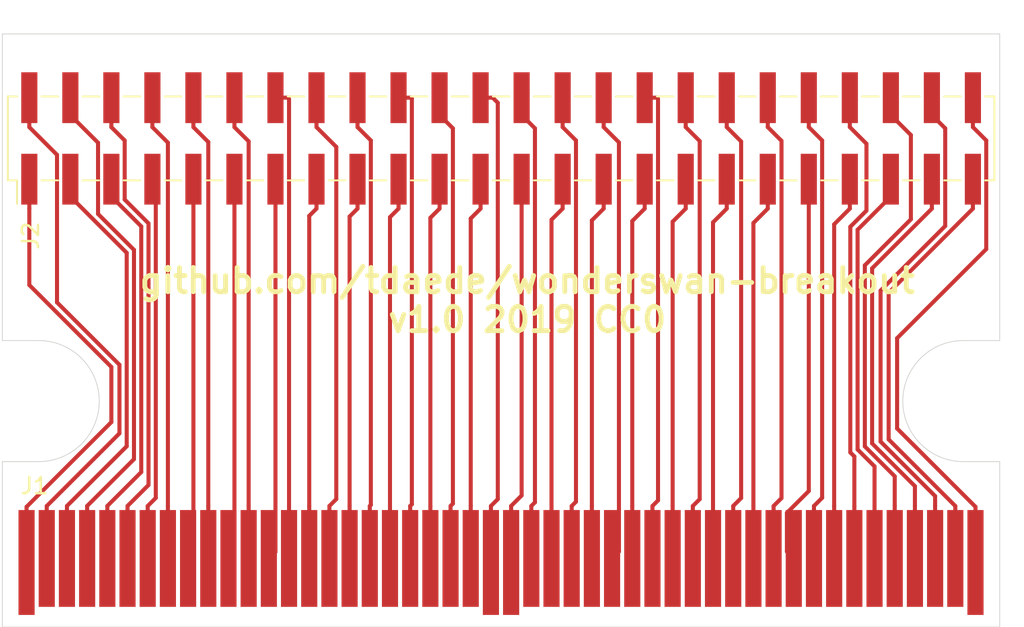
<source format=kicad_pcb>
(kicad_pcb (version 20171130) (host pcbnew 5.1.0-rc1-unknown-r14970-a246d905)

  (general
    (thickness 1.6)
    (drawings 13)
    (tracks 231)
    (zones 0)
    (modules 2)
    (nets 49)
  )

  (page A4)
  (layers
    (0 F.Cu signal)
    (31 B.Cu signal)
    (32 B.Adhes user)
    (33 F.Adhes user)
    (34 B.Paste user)
    (35 F.Paste user)
    (36 B.SilkS user)
    (37 F.SilkS user)
    (38 B.Mask user)
    (39 F.Mask user)
    (40 Dwgs.User user)
    (41 Cmts.User user)
    (42 Eco1.User user)
    (43 Eco2.User user)
    (44 Edge.Cuts user)
    (45 Margin user)
    (46 B.CrtYd user)
    (47 F.CrtYd user)
    (48 B.Fab user)
    (49 F.Fab user)
  )

  (setup
    (last_trace_width 0.25)
    (trace_clearance 0.2)
    (zone_clearance 0.508)
    (zone_45_only no)
    (trace_min 0.2)
    (via_size 0.8)
    (via_drill 0.4)
    (via_min_size 0.4)
    (via_min_drill 0.3)
    (uvia_size 0.3)
    (uvia_drill 0.1)
    (uvias_allowed no)
    (uvia_min_size 0.2)
    (uvia_min_drill 0.1)
    (edge_width 0.05)
    (segment_width 0.2)
    (pcb_text_width 0.3)
    (pcb_text_size 1.5 1.5)
    (mod_edge_width 0.12)
    (mod_text_size 1 1)
    (mod_text_width 0.15)
    (pad_size 1.524 1.524)
    (pad_drill 0.762)
    (pad_to_mask_clearance 0.051)
    (solder_mask_min_width 0.25)
    (aux_axis_origin 0 0)
    (visible_elements FFFFFF7F)
    (pcbplotparams
      (layerselection 0x010fc_ffffffff)
      (usegerberextensions false)
      (usegerberattributes false)
      (usegerberadvancedattributes false)
      (creategerberjobfile false)
      (excludeedgelayer true)
      (linewidth 0.100000)
      (plotframeref false)
      (viasonmask false)
      (mode 1)
      (useauxorigin false)
      (hpglpennumber 1)
      (hpglpenspeed 20)
      (hpglpendiameter 15.000000)
      (psnegative false)
      (psa4output false)
      (plotreference true)
      (plotvalue true)
      (plotinvisibletext false)
      (padsonsilk false)
      (subtractmaskfromsilk false)
      (outputformat 1)
      (mirror false)
      (drillshape 1)
      (scaleselection 1)
      (outputdirectory ""))
  )

  (net 0 "")
  (net 1 /48)
  (net 2 /47)
  (net 3 /46)
  (net 4 /45)
  (net 5 /44)
  (net 6 /43)
  (net 7 /42)
  (net 8 /41)
  (net 9 /40)
  (net 10 /39)
  (net 11 /38)
  (net 12 /37)
  (net 13 /36)
  (net 14 /35)
  (net 15 /34)
  (net 16 /33)
  (net 17 /32)
  (net 18 /31)
  (net 19 /30)
  (net 20 /29)
  (net 21 /28)
  (net 22 /27)
  (net 23 /26)
  (net 24 /25)
  (net 25 /24)
  (net 26 /23)
  (net 27 /22)
  (net 28 /21)
  (net 29 /20)
  (net 30 /19)
  (net 31 /18)
  (net 32 /17)
  (net 33 /16)
  (net 34 /15)
  (net 35 /14)
  (net 36 /13)
  (net 37 /12)
  (net 38 /11)
  (net 39 /10)
  (net 40 /9)
  (net 41 /8)
  (net 42 /7)
  (net 43 /6)
  (net 44 /5)
  (net 45 /4)
  (net 46 /3)
  (net 47 /2)
  (net 48 /1)

  (net_class Default "This is the default net class."
    (clearance 0.2)
    (trace_width 0.25)
    (via_dia 0.8)
    (via_drill 0.4)
    (uvia_dia 0.3)
    (uvia_drill 0.1)
    (add_net /1)
    (add_net /10)
    (add_net /11)
    (add_net /12)
    (add_net /13)
    (add_net /14)
    (add_net /15)
    (add_net /16)
    (add_net /17)
    (add_net /18)
    (add_net /19)
    (add_net /2)
    (add_net /20)
    (add_net /21)
    (add_net /22)
    (add_net /23)
    (add_net /24)
    (add_net /25)
    (add_net /26)
    (add_net /27)
    (add_net /28)
    (add_net /29)
    (add_net /3)
    (add_net /30)
    (add_net /31)
    (add_net /32)
    (add_net /33)
    (add_net /34)
    (add_net /35)
    (add_net /36)
    (add_net /37)
    (add_net /38)
    (add_net /39)
    (add_net /4)
    (add_net /40)
    (add_net /41)
    (add_net /42)
    (add_net /43)
    (add_net /44)
    (add_net /45)
    (add_net /46)
    (add_net /47)
    (add_net /48)
    (add_net /5)
    (add_net /6)
    (add_net /7)
    (add_net /8)
    (add_net /9)
  )

  (module Connector_PinHeader_2.54mm:PinHeader_2x24_P2.54mm_Vertical_SMD (layer F.Cu) (tedit 59FED5CC) (tstamp 5CB70BE5)
    (at 147.38 120.975 90)
    (descr "surface-mounted straight pin header, 2x24, 2.54mm pitch, double rows")
    (tags "Surface mounted pin header SMD 2x24 2.54mm double row")
    (path /5CB6CFA9)
    (attr smd)
    (fp_text reference J2 (at -6.025 -29.13 90) (layer F.SilkS)
      (effects (font (size 1 1) (thickness 0.15)))
    )
    (fp_text value Conn_02x24_Odd_Even (at 0 31.54 90) (layer F.Fab)
      (effects (font (size 1 1) (thickness 0.15)))
    )
    (fp_text user %R (at 0 0 180) (layer F.Fab)
      (effects (font (size 1 1) (thickness 0.15)))
    )
    (fp_line (start 5.9 -31) (end -5.9 -31) (layer F.CrtYd) (width 0.05))
    (fp_line (start 5.9 31) (end 5.9 -31) (layer F.CrtYd) (width 0.05))
    (fp_line (start -5.9 31) (end 5.9 31) (layer F.CrtYd) (width 0.05))
    (fp_line (start -5.9 -31) (end -5.9 31) (layer F.CrtYd) (width 0.05))
    (fp_line (start 2.6 27.43) (end 2.6 28.45) (layer F.SilkS) (width 0.12))
    (fp_line (start -2.6 27.43) (end -2.6 28.45) (layer F.SilkS) (width 0.12))
    (fp_line (start 2.6 24.89) (end 2.6 25.91) (layer F.SilkS) (width 0.12))
    (fp_line (start -2.6 24.89) (end -2.6 25.91) (layer F.SilkS) (width 0.12))
    (fp_line (start 2.6 22.35) (end 2.6 23.37) (layer F.SilkS) (width 0.12))
    (fp_line (start -2.6 22.35) (end -2.6 23.37) (layer F.SilkS) (width 0.12))
    (fp_line (start 2.6 19.81) (end 2.6 20.83) (layer F.SilkS) (width 0.12))
    (fp_line (start -2.6 19.81) (end -2.6 20.83) (layer F.SilkS) (width 0.12))
    (fp_line (start 2.6 17.27) (end 2.6 18.29) (layer F.SilkS) (width 0.12))
    (fp_line (start -2.6 17.27) (end -2.6 18.29) (layer F.SilkS) (width 0.12))
    (fp_line (start 2.6 14.73) (end 2.6 15.75) (layer F.SilkS) (width 0.12))
    (fp_line (start -2.6 14.73) (end -2.6 15.75) (layer F.SilkS) (width 0.12))
    (fp_line (start 2.6 12.19) (end 2.6 13.21) (layer F.SilkS) (width 0.12))
    (fp_line (start -2.6 12.19) (end -2.6 13.21) (layer F.SilkS) (width 0.12))
    (fp_line (start 2.6 9.65) (end 2.6 10.67) (layer F.SilkS) (width 0.12))
    (fp_line (start -2.6 9.65) (end -2.6 10.67) (layer F.SilkS) (width 0.12))
    (fp_line (start 2.6 7.11) (end 2.6 8.13) (layer F.SilkS) (width 0.12))
    (fp_line (start -2.6 7.11) (end -2.6 8.13) (layer F.SilkS) (width 0.12))
    (fp_line (start 2.6 4.57) (end 2.6 5.59) (layer F.SilkS) (width 0.12))
    (fp_line (start -2.6 4.57) (end -2.6 5.59) (layer F.SilkS) (width 0.12))
    (fp_line (start 2.6 2.03) (end 2.6 3.05) (layer F.SilkS) (width 0.12))
    (fp_line (start -2.6 2.03) (end -2.6 3.05) (layer F.SilkS) (width 0.12))
    (fp_line (start 2.6 -0.51) (end 2.6 0.51) (layer F.SilkS) (width 0.12))
    (fp_line (start -2.6 -0.51) (end -2.6 0.51) (layer F.SilkS) (width 0.12))
    (fp_line (start 2.6 -3.05) (end 2.6 -2.03) (layer F.SilkS) (width 0.12))
    (fp_line (start -2.6 -3.05) (end -2.6 -2.03) (layer F.SilkS) (width 0.12))
    (fp_line (start 2.6 -5.59) (end 2.6 -4.57) (layer F.SilkS) (width 0.12))
    (fp_line (start -2.6 -5.59) (end -2.6 -4.57) (layer F.SilkS) (width 0.12))
    (fp_line (start 2.6 -8.13) (end 2.6 -7.11) (layer F.SilkS) (width 0.12))
    (fp_line (start -2.6 -8.13) (end -2.6 -7.11) (layer F.SilkS) (width 0.12))
    (fp_line (start 2.6 -10.67) (end 2.6 -9.65) (layer F.SilkS) (width 0.12))
    (fp_line (start -2.6 -10.67) (end -2.6 -9.65) (layer F.SilkS) (width 0.12))
    (fp_line (start 2.6 -13.21) (end 2.6 -12.19) (layer F.SilkS) (width 0.12))
    (fp_line (start -2.6 -13.21) (end -2.6 -12.19) (layer F.SilkS) (width 0.12))
    (fp_line (start 2.6 -15.75) (end 2.6 -14.73) (layer F.SilkS) (width 0.12))
    (fp_line (start -2.6 -15.75) (end -2.6 -14.73) (layer F.SilkS) (width 0.12))
    (fp_line (start 2.6 -18.29) (end 2.6 -17.27) (layer F.SilkS) (width 0.12))
    (fp_line (start -2.6 -18.29) (end -2.6 -17.27) (layer F.SilkS) (width 0.12))
    (fp_line (start 2.6 -20.83) (end 2.6 -19.81) (layer F.SilkS) (width 0.12))
    (fp_line (start -2.6 -20.83) (end -2.6 -19.81) (layer F.SilkS) (width 0.12))
    (fp_line (start 2.6 -23.37) (end 2.6 -22.35) (layer F.SilkS) (width 0.12))
    (fp_line (start -2.6 -23.37) (end -2.6 -22.35) (layer F.SilkS) (width 0.12))
    (fp_line (start 2.6 -25.91) (end 2.6 -24.89) (layer F.SilkS) (width 0.12))
    (fp_line (start -2.6 -25.91) (end -2.6 -24.89) (layer F.SilkS) (width 0.12))
    (fp_line (start 2.6 -28.45) (end 2.6 -27.43) (layer F.SilkS) (width 0.12))
    (fp_line (start -2.6 -28.45) (end -2.6 -27.43) (layer F.SilkS) (width 0.12))
    (fp_line (start 2.6 29.97) (end 2.6 30.54) (layer F.SilkS) (width 0.12))
    (fp_line (start -2.6 29.97) (end -2.6 30.54) (layer F.SilkS) (width 0.12))
    (fp_line (start 2.6 -30.54) (end 2.6 -29.97) (layer F.SilkS) (width 0.12))
    (fp_line (start -2.6 -30.54) (end -2.6 -29.97) (layer F.SilkS) (width 0.12))
    (fp_line (start -4.04 -29.97) (end -2.6 -29.97) (layer F.SilkS) (width 0.12))
    (fp_line (start -2.6 30.54) (end 2.6 30.54) (layer F.SilkS) (width 0.12))
    (fp_line (start -2.6 -30.54) (end 2.6 -30.54) (layer F.SilkS) (width 0.12))
    (fp_line (start 3.6 29.53) (end 2.54 29.53) (layer F.Fab) (width 0.1))
    (fp_line (start 3.6 28.89) (end 3.6 29.53) (layer F.Fab) (width 0.1))
    (fp_line (start 2.54 28.89) (end 3.6 28.89) (layer F.Fab) (width 0.1))
    (fp_line (start -3.6 29.53) (end -2.54 29.53) (layer F.Fab) (width 0.1))
    (fp_line (start -3.6 28.89) (end -3.6 29.53) (layer F.Fab) (width 0.1))
    (fp_line (start -2.54 28.89) (end -3.6 28.89) (layer F.Fab) (width 0.1))
    (fp_line (start 3.6 26.99) (end 2.54 26.99) (layer F.Fab) (width 0.1))
    (fp_line (start 3.6 26.35) (end 3.6 26.99) (layer F.Fab) (width 0.1))
    (fp_line (start 2.54 26.35) (end 3.6 26.35) (layer F.Fab) (width 0.1))
    (fp_line (start -3.6 26.99) (end -2.54 26.99) (layer F.Fab) (width 0.1))
    (fp_line (start -3.6 26.35) (end -3.6 26.99) (layer F.Fab) (width 0.1))
    (fp_line (start -2.54 26.35) (end -3.6 26.35) (layer F.Fab) (width 0.1))
    (fp_line (start 3.6 24.45) (end 2.54 24.45) (layer F.Fab) (width 0.1))
    (fp_line (start 3.6 23.81) (end 3.6 24.45) (layer F.Fab) (width 0.1))
    (fp_line (start 2.54 23.81) (end 3.6 23.81) (layer F.Fab) (width 0.1))
    (fp_line (start -3.6 24.45) (end -2.54 24.45) (layer F.Fab) (width 0.1))
    (fp_line (start -3.6 23.81) (end -3.6 24.45) (layer F.Fab) (width 0.1))
    (fp_line (start -2.54 23.81) (end -3.6 23.81) (layer F.Fab) (width 0.1))
    (fp_line (start 3.6 21.91) (end 2.54 21.91) (layer F.Fab) (width 0.1))
    (fp_line (start 3.6 21.27) (end 3.6 21.91) (layer F.Fab) (width 0.1))
    (fp_line (start 2.54 21.27) (end 3.6 21.27) (layer F.Fab) (width 0.1))
    (fp_line (start -3.6 21.91) (end -2.54 21.91) (layer F.Fab) (width 0.1))
    (fp_line (start -3.6 21.27) (end -3.6 21.91) (layer F.Fab) (width 0.1))
    (fp_line (start -2.54 21.27) (end -3.6 21.27) (layer F.Fab) (width 0.1))
    (fp_line (start 3.6 19.37) (end 2.54 19.37) (layer F.Fab) (width 0.1))
    (fp_line (start 3.6 18.73) (end 3.6 19.37) (layer F.Fab) (width 0.1))
    (fp_line (start 2.54 18.73) (end 3.6 18.73) (layer F.Fab) (width 0.1))
    (fp_line (start -3.6 19.37) (end -2.54 19.37) (layer F.Fab) (width 0.1))
    (fp_line (start -3.6 18.73) (end -3.6 19.37) (layer F.Fab) (width 0.1))
    (fp_line (start -2.54 18.73) (end -3.6 18.73) (layer F.Fab) (width 0.1))
    (fp_line (start 3.6 16.83) (end 2.54 16.83) (layer F.Fab) (width 0.1))
    (fp_line (start 3.6 16.19) (end 3.6 16.83) (layer F.Fab) (width 0.1))
    (fp_line (start 2.54 16.19) (end 3.6 16.19) (layer F.Fab) (width 0.1))
    (fp_line (start -3.6 16.83) (end -2.54 16.83) (layer F.Fab) (width 0.1))
    (fp_line (start -3.6 16.19) (end -3.6 16.83) (layer F.Fab) (width 0.1))
    (fp_line (start -2.54 16.19) (end -3.6 16.19) (layer F.Fab) (width 0.1))
    (fp_line (start 3.6 14.29) (end 2.54 14.29) (layer F.Fab) (width 0.1))
    (fp_line (start 3.6 13.65) (end 3.6 14.29) (layer F.Fab) (width 0.1))
    (fp_line (start 2.54 13.65) (end 3.6 13.65) (layer F.Fab) (width 0.1))
    (fp_line (start -3.6 14.29) (end -2.54 14.29) (layer F.Fab) (width 0.1))
    (fp_line (start -3.6 13.65) (end -3.6 14.29) (layer F.Fab) (width 0.1))
    (fp_line (start -2.54 13.65) (end -3.6 13.65) (layer F.Fab) (width 0.1))
    (fp_line (start 3.6 11.75) (end 2.54 11.75) (layer F.Fab) (width 0.1))
    (fp_line (start 3.6 11.11) (end 3.6 11.75) (layer F.Fab) (width 0.1))
    (fp_line (start 2.54 11.11) (end 3.6 11.11) (layer F.Fab) (width 0.1))
    (fp_line (start -3.6 11.75) (end -2.54 11.75) (layer F.Fab) (width 0.1))
    (fp_line (start -3.6 11.11) (end -3.6 11.75) (layer F.Fab) (width 0.1))
    (fp_line (start -2.54 11.11) (end -3.6 11.11) (layer F.Fab) (width 0.1))
    (fp_line (start 3.6 9.21) (end 2.54 9.21) (layer F.Fab) (width 0.1))
    (fp_line (start 3.6 8.57) (end 3.6 9.21) (layer F.Fab) (width 0.1))
    (fp_line (start 2.54 8.57) (end 3.6 8.57) (layer F.Fab) (width 0.1))
    (fp_line (start -3.6 9.21) (end -2.54 9.21) (layer F.Fab) (width 0.1))
    (fp_line (start -3.6 8.57) (end -3.6 9.21) (layer F.Fab) (width 0.1))
    (fp_line (start -2.54 8.57) (end -3.6 8.57) (layer F.Fab) (width 0.1))
    (fp_line (start 3.6 6.67) (end 2.54 6.67) (layer F.Fab) (width 0.1))
    (fp_line (start 3.6 6.03) (end 3.6 6.67) (layer F.Fab) (width 0.1))
    (fp_line (start 2.54 6.03) (end 3.6 6.03) (layer F.Fab) (width 0.1))
    (fp_line (start -3.6 6.67) (end -2.54 6.67) (layer F.Fab) (width 0.1))
    (fp_line (start -3.6 6.03) (end -3.6 6.67) (layer F.Fab) (width 0.1))
    (fp_line (start -2.54 6.03) (end -3.6 6.03) (layer F.Fab) (width 0.1))
    (fp_line (start 3.6 4.13) (end 2.54 4.13) (layer F.Fab) (width 0.1))
    (fp_line (start 3.6 3.49) (end 3.6 4.13) (layer F.Fab) (width 0.1))
    (fp_line (start 2.54 3.49) (end 3.6 3.49) (layer F.Fab) (width 0.1))
    (fp_line (start -3.6 4.13) (end -2.54 4.13) (layer F.Fab) (width 0.1))
    (fp_line (start -3.6 3.49) (end -3.6 4.13) (layer F.Fab) (width 0.1))
    (fp_line (start -2.54 3.49) (end -3.6 3.49) (layer F.Fab) (width 0.1))
    (fp_line (start 3.6 1.59) (end 2.54 1.59) (layer F.Fab) (width 0.1))
    (fp_line (start 3.6 0.95) (end 3.6 1.59) (layer F.Fab) (width 0.1))
    (fp_line (start 2.54 0.95) (end 3.6 0.95) (layer F.Fab) (width 0.1))
    (fp_line (start -3.6 1.59) (end -2.54 1.59) (layer F.Fab) (width 0.1))
    (fp_line (start -3.6 0.95) (end -3.6 1.59) (layer F.Fab) (width 0.1))
    (fp_line (start -2.54 0.95) (end -3.6 0.95) (layer F.Fab) (width 0.1))
    (fp_line (start 3.6 -0.95) (end 2.54 -0.95) (layer F.Fab) (width 0.1))
    (fp_line (start 3.6 -1.59) (end 3.6 -0.95) (layer F.Fab) (width 0.1))
    (fp_line (start 2.54 -1.59) (end 3.6 -1.59) (layer F.Fab) (width 0.1))
    (fp_line (start -3.6 -0.95) (end -2.54 -0.95) (layer F.Fab) (width 0.1))
    (fp_line (start -3.6 -1.59) (end -3.6 -0.95) (layer F.Fab) (width 0.1))
    (fp_line (start -2.54 -1.59) (end -3.6 -1.59) (layer F.Fab) (width 0.1))
    (fp_line (start 3.6 -3.49) (end 2.54 -3.49) (layer F.Fab) (width 0.1))
    (fp_line (start 3.6 -4.13) (end 3.6 -3.49) (layer F.Fab) (width 0.1))
    (fp_line (start 2.54 -4.13) (end 3.6 -4.13) (layer F.Fab) (width 0.1))
    (fp_line (start -3.6 -3.49) (end -2.54 -3.49) (layer F.Fab) (width 0.1))
    (fp_line (start -3.6 -4.13) (end -3.6 -3.49) (layer F.Fab) (width 0.1))
    (fp_line (start -2.54 -4.13) (end -3.6 -4.13) (layer F.Fab) (width 0.1))
    (fp_line (start 3.6 -6.03) (end 2.54 -6.03) (layer F.Fab) (width 0.1))
    (fp_line (start 3.6 -6.67) (end 3.6 -6.03) (layer F.Fab) (width 0.1))
    (fp_line (start 2.54 -6.67) (end 3.6 -6.67) (layer F.Fab) (width 0.1))
    (fp_line (start -3.6 -6.03) (end -2.54 -6.03) (layer F.Fab) (width 0.1))
    (fp_line (start -3.6 -6.67) (end -3.6 -6.03) (layer F.Fab) (width 0.1))
    (fp_line (start -2.54 -6.67) (end -3.6 -6.67) (layer F.Fab) (width 0.1))
    (fp_line (start 3.6 -8.57) (end 2.54 -8.57) (layer F.Fab) (width 0.1))
    (fp_line (start 3.6 -9.21) (end 3.6 -8.57) (layer F.Fab) (width 0.1))
    (fp_line (start 2.54 -9.21) (end 3.6 -9.21) (layer F.Fab) (width 0.1))
    (fp_line (start -3.6 -8.57) (end -2.54 -8.57) (layer F.Fab) (width 0.1))
    (fp_line (start -3.6 -9.21) (end -3.6 -8.57) (layer F.Fab) (width 0.1))
    (fp_line (start -2.54 -9.21) (end -3.6 -9.21) (layer F.Fab) (width 0.1))
    (fp_line (start 3.6 -11.11) (end 2.54 -11.11) (layer F.Fab) (width 0.1))
    (fp_line (start 3.6 -11.75) (end 3.6 -11.11) (layer F.Fab) (width 0.1))
    (fp_line (start 2.54 -11.75) (end 3.6 -11.75) (layer F.Fab) (width 0.1))
    (fp_line (start -3.6 -11.11) (end -2.54 -11.11) (layer F.Fab) (width 0.1))
    (fp_line (start -3.6 -11.75) (end -3.6 -11.11) (layer F.Fab) (width 0.1))
    (fp_line (start -2.54 -11.75) (end -3.6 -11.75) (layer F.Fab) (width 0.1))
    (fp_line (start 3.6 -13.65) (end 2.54 -13.65) (layer F.Fab) (width 0.1))
    (fp_line (start 3.6 -14.29) (end 3.6 -13.65) (layer F.Fab) (width 0.1))
    (fp_line (start 2.54 -14.29) (end 3.6 -14.29) (layer F.Fab) (width 0.1))
    (fp_line (start -3.6 -13.65) (end -2.54 -13.65) (layer F.Fab) (width 0.1))
    (fp_line (start -3.6 -14.29) (end -3.6 -13.65) (layer F.Fab) (width 0.1))
    (fp_line (start -2.54 -14.29) (end -3.6 -14.29) (layer F.Fab) (width 0.1))
    (fp_line (start 3.6 -16.19) (end 2.54 -16.19) (layer F.Fab) (width 0.1))
    (fp_line (start 3.6 -16.83) (end 3.6 -16.19) (layer F.Fab) (width 0.1))
    (fp_line (start 2.54 -16.83) (end 3.6 -16.83) (layer F.Fab) (width 0.1))
    (fp_line (start -3.6 -16.19) (end -2.54 -16.19) (layer F.Fab) (width 0.1))
    (fp_line (start -3.6 -16.83) (end -3.6 -16.19) (layer F.Fab) (width 0.1))
    (fp_line (start -2.54 -16.83) (end -3.6 -16.83) (layer F.Fab) (width 0.1))
    (fp_line (start 3.6 -18.73) (end 2.54 -18.73) (layer F.Fab) (width 0.1))
    (fp_line (start 3.6 -19.37) (end 3.6 -18.73) (layer F.Fab) (width 0.1))
    (fp_line (start 2.54 -19.37) (end 3.6 -19.37) (layer F.Fab) (width 0.1))
    (fp_line (start -3.6 -18.73) (end -2.54 -18.73) (layer F.Fab) (width 0.1))
    (fp_line (start -3.6 -19.37) (end -3.6 -18.73) (layer F.Fab) (width 0.1))
    (fp_line (start -2.54 -19.37) (end -3.6 -19.37) (layer F.Fab) (width 0.1))
    (fp_line (start 3.6 -21.27) (end 2.54 -21.27) (layer F.Fab) (width 0.1))
    (fp_line (start 3.6 -21.91) (end 3.6 -21.27) (layer F.Fab) (width 0.1))
    (fp_line (start 2.54 -21.91) (end 3.6 -21.91) (layer F.Fab) (width 0.1))
    (fp_line (start -3.6 -21.27) (end -2.54 -21.27) (layer F.Fab) (width 0.1))
    (fp_line (start -3.6 -21.91) (end -3.6 -21.27) (layer F.Fab) (width 0.1))
    (fp_line (start -2.54 -21.91) (end -3.6 -21.91) (layer F.Fab) (width 0.1))
    (fp_line (start 3.6 -23.81) (end 2.54 -23.81) (layer F.Fab) (width 0.1))
    (fp_line (start 3.6 -24.45) (end 3.6 -23.81) (layer F.Fab) (width 0.1))
    (fp_line (start 2.54 -24.45) (end 3.6 -24.45) (layer F.Fab) (width 0.1))
    (fp_line (start -3.6 -23.81) (end -2.54 -23.81) (layer F.Fab) (width 0.1))
    (fp_line (start -3.6 -24.45) (end -3.6 -23.81) (layer F.Fab) (width 0.1))
    (fp_line (start -2.54 -24.45) (end -3.6 -24.45) (layer F.Fab) (width 0.1))
    (fp_line (start 3.6 -26.35) (end 2.54 -26.35) (layer F.Fab) (width 0.1))
    (fp_line (start 3.6 -26.99) (end 3.6 -26.35) (layer F.Fab) (width 0.1))
    (fp_line (start 2.54 -26.99) (end 3.6 -26.99) (layer F.Fab) (width 0.1))
    (fp_line (start -3.6 -26.35) (end -2.54 -26.35) (layer F.Fab) (width 0.1))
    (fp_line (start -3.6 -26.99) (end -3.6 -26.35) (layer F.Fab) (width 0.1))
    (fp_line (start -2.54 -26.99) (end -3.6 -26.99) (layer F.Fab) (width 0.1))
    (fp_line (start 3.6 -28.89) (end 2.54 -28.89) (layer F.Fab) (width 0.1))
    (fp_line (start 3.6 -29.53) (end 3.6 -28.89) (layer F.Fab) (width 0.1))
    (fp_line (start 2.54 -29.53) (end 3.6 -29.53) (layer F.Fab) (width 0.1))
    (fp_line (start -3.6 -28.89) (end -2.54 -28.89) (layer F.Fab) (width 0.1))
    (fp_line (start -3.6 -29.53) (end -3.6 -28.89) (layer F.Fab) (width 0.1))
    (fp_line (start -2.54 -29.53) (end -3.6 -29.53) (layer F.Fab) (width 0.1))
    (fp_line (start 2.54 -30.48) (end 2.54 30.48) (layer F.Fab) (width 0.1))
    (fp_line (start -2.54 -29.53) (end -1.59 -30.48) (layer F.Fab) (width 0.1))
    (fp_line (start -2.54 30.48) (end -2.54 -29.53) (layer F.Fab) (width 0.1))
    (fp_line (start -1.59 -30.48) (end 2.54 -30.48) (layer F.Fab) (width 0.1))
    (fp_line (start 2.54 30.48) (end -2.54 30.48) (layer F.Fab) (width 0.1))
    (pad 48 smd rect (at 2.525 29.21 90) (size 3.15 1) (layers F.Cu F.Paste F.Mask)
      (net 1 /48))
    (pad 47 smd rect (at -2.525 29.21 90) (size 3.15 1) (layers F.Cu F.Paste F.Mask)
      (net 2 /47))
    (pad 46 smd rect (at 2.525 26.67 90) (size 3.15 1) (layers F.Cu F.Paste F.Mask)
      (net 3 /46))
    (pad 45 smd rect (at -2.525 26.67 90) (size 3.15 1) (layers F.Cu F.Paste F.Mask)
      (net 4 /45))
    (pad 44 smd rect (at 2.525 24.13 90) (size 3.15 1) (layers F.Cu F.Paste F.Mask)
      (net 5 /44))
    (pad 43 smd rect (at -2.525 24.13 90) (size 3.15 1) (layers F.Cu F.Paste F.Mask)
      (net 6 /43))
    (pad 42 smd rect (at 2.525 21.59 90) (size 3.15 1) (layers F.Cu F.Paste F.Mask)
      (net 7 /42))
    (pad 41 smd rect (at -2.525 21.59 90) (size 3.15 1) (layers F.Cu F.Paste F.Mask)
      (net 8 /41))
    (pad 40 smd rect (at 2.525 19.05 90) (size 3.15 1) (layers F.Cu F.Paste F.Mask)
      (net 9 /40))
    (pad 39 smd rect (at -2.525 19.05 90) (size 3.15 1) (layers F.Cu F.Paste F.Mask)
      (net 10 /39))
    (pad 38 smd rect (at 2.525 16.51 90) (size 3.15 1) (layers F.Cu F.Paste F.Mask)
      (net 11 /38))
    (pad 37 smd rect (at -2.525 16.51 90) (size 3.15 1) (layers F.Cu F.Paste F.Mask)
      (net 12 /37))
    (pad 36 smd rect (at 2.525 13.97 90) (size 3.15 1) (layers F.Cu F.Paste F.Mask)
      (net 13 /36))
    (pad 35 smd rect (at -2.525 13.97 90) (size 3.15 1) (layers F.Cu F.Paste F.Mask)
      (net 14 /35))
    (pad 34 smd rect (at 2.525 11.43 90) (size 3.15 1) (layers F.Cu F.Paste F.Mask)
      (net 15 /34))
    (pad 33 smd rect (at -2.525 11.43 90) (size 3.15 1) (layers F.Cu F.Paste F.Mask)
      (net 16 /33))
    (pad 32 smd rect (at 2.525 8.89 90) (size 3.15 1) (layers F.Cu F.Paste F.Mask)
      (net 17 /32))
    (pad 31 smd rect (at -2.525 8.89 90) (size 3.15 1) (layers F.Cu F.Paste F.Mask)
      (net 18 /31))
    (pad 30 smd rect (at 2.525 6.35 90) (size 3.15 1) (layers F.Cu F.Paste F.Mask)
      (net 19 /30))
    (pad 29 smd rect (at -2.525 6.35 90) (size 3.15 1) (layers F.Cu F.Paste F.Mask)
      (net 20 /29))
    (pad 28 smd rect (at 2.525 3.81 90) (size 3.15 1) (layers F.Cu F.Paste F.Mask)
      (net 21 /28))
    (pad 27 smd rect (at -2.525 3.81 90) (size 3.15 1) (layers F.Cu F.Paste F.Mask)
      (net 22 /27))
    (pad 26 smd rect (at 2.525 1.27 90) (size 3.15 1) (layers F.Cu F.Paste F.Mask)
      (net 23 /26))
    (pad 25 smd rect (at -2.525 1.27 90) (size 3.15 1) (layers F.Cu F.Paste F.Mask)
      (net 24 /25))
    (pad 24 smd rect (at 2.525 -1.27 90) (size 3.15 1) (layers F.Cu F.Paste F.Mask)
      (net 25 /24))
    (pad 23 smd rect (at -2.525 -1.27 90) (size 3.15 1) (layers F.Cu F.Paste F.Mask)
      (net 26 /23))
    (pad 22 smd rect (at 2.525 -3.81 90) (size 3.15 1) (layers F.Cu F.Paste F.Mask)
      (net 27 /22))
    (pad 21 smd rect (at -2.525 -3.81 90) (size 3.15 1) (layers F.Cu F.Paste F.Mask)
      (net 28 /21))
    (pad 20 smd rect (at 2.525 -6.35 90) (size 3.15 1) (layers F.Cu F.Paste F.Mask)
      (net 29 /20))
    (pad 19 smd rect (at -2.525 -6.35 90) (size 3.15 1) (layers F.Cu F.Paste F.Mask)
      (net 30 /19))
    (pad 18 smd rect (at 2.525 -8.89 90) (size 3.15 1) (layers F.Cu F.Paste F.Mask)
      (net 31 /18))
    (pad 17 smd rect (at -2.525 -8.89 90) (size 3.15 1) (layers F.Cu F.Paste F.Mask)
      (net 32 /17))
    (pad 16 smd rect (at 2.525 -11.43 90) (size 3.15 1) (layers F.Cu F.Paste F.Mask)
      (net 33 /16))
    (pad 15 smd rect (at -2.525 -11.43 90) (size 3.15 1) (layers F.Cu F.Paste F.Mask)
      (net 34 /15))
    (pad 14 smd rect (at 2.525 -13.97 90) (size 3.15 1) (layers F.Cu F.Paste F.Mask)
      (net 35 /14))
    (pad 13 smd rect (at -2.525 -13.97 90) (size 3.15 1) (layers F.Cu F.Paste F.Mask)
      (net 36 /13))
    (pad 12 smd rect (at 2.525 -16.51 90) (size 3.15 1) (layers F.Cu F.Paste F.Mask)
      (net 37 /12))
    (pad 11 smd rect (at -2.525 -16.51 90) (size 3.15 1) (layers F.Cu F.Paste F.Mask)
      (net 38 /11))
    (pad 10 smd rect (at 2.525 -19.05 90) (size 3.15 1) (layers F.Cu F.Paste F.Mask)
      (net 39 /10))
    (pad 9 smd rect (at -2.525 -19.05 90) (size 3.15 1) (layers F.Cu F.Paste F.Mask)
      (net 40 /9))
    (pad 8 smd rect (at 2.525 -21.59 90) (size 3.15 1) (layers F.Cu F.Paste F.Mask)
      (net 41 /8))
    (pad 7 smd rect (at -2.525 -21.59 90) (size 3.15 1) (layers F.Cu F.Paste F.Mask)
      (net 42 /7))
    (pad 6 smd rect (at 2.525 -24.13 90) (size 3.15 1) (layers F.Cu F.Paste F.Mask)
      (net 43 /6))
    (pad 5 smd rect (at -2.525 -24.13 90) (size 3.15 1) (layers F.Cu F.Paste F.Mask)
      (net 44 /5))
    (pad 4 smd rect (at 2.525 -26.67 90) (size 3.15 1) (layers F.Cu F.Paste F.Mask)
      (net 45 /4))
    (pad 3 smd rect (at -2.525 -26.67 90) (size 3.15 1) (layers F.Cu F.Paste F.Mask)
      (net 46 /3))
    (pad 2 smd rect (at 2.525 -29.21 90) (size 3.15 1) (layers F.Cu F.Paste F.Mask)
      (net 47 /2))
    (pad 1 smd rect (at -2.525 -29.21 90) (size 3.15 1) (layers F.Cu F.Paste F.Mask)
      (net 48 /1))
    (model ${KISYS3DMOD}/Connector_PinHeader_2.54mm.3dshapes/PinHeader_2x24_P2.54mm_Vertical_SMD.wrl
      (at (xyz 0 0 0))
      (scale (xyz 1 1 1))
      (rotate (xyz 0 0 0))
    )
  )

  (module wonderswan:wonderswan_edge (layer F.Cu) (tedit 5CB6AE4E) (tstamp 5CB70AE2)
    (at 147.375 147)
    (path /5CB6BE1A)
    (attr smd)
    (fp_text reference J1 (at -28.875 -4.5) (layer F.SilkS)
      (effects (font (size 1 1) (thickness 0.15)))
    )
    (fp_text value wonderswan_edge (at 0 -4.5) (layer F.Fab)
      (effects (font (size 1 1) (thickness 0.15)))
    )
    (fp_line (start -30.12 3.25) (end -30.12 -3.25) (layer F.CrtYd) (width 0.05))
    (fp_line (start 30.12 3.25) (end -30.12 3.25) (layer F.CrtYd) (width 0.05))
    (fp_line (start 30.12 -3.25) (end 30.12 3.25) (layer F.CrtYd) (width 0.05))
    (fp_line (start -30.12 -3.25) (end 30.12 -3.25) (layer F.CrtYd) (width 0.05))
    (pad 48 smd rect (at 29.375 0.25) (size 1 6.5) (layers F.Cu F.Paste F.Mask)
      (net 1 /48))
    (pad 47 smd rect (at 28.125 0) (size 1 6) (layers F.Cu F.Paste F.Mask)
      (net 2 /47))
    (pad 46 smd rect (at 26.875 0) (size 1 6) (layers F.Cu F.Paste F.Mask)
      (net 3 /46))
    (pad 45 smd rect (at 25.625 0) (size 1 6) (layers F.Cu F.Paste F.Mask)
      (net 4 /45))
    (pad 44 smd rect (at 24.375 0) (size 1 6) (layers F.Cu F.Paste F.Mask)
      (net 5 /44))
    (pad 43 smd rect (at 23.125 0) (size 1 6) (layers F.Cu F.Paste F.Mask)
      (net 6 /43))
    (pad 42 smd rect (at 21.875 0) (size 1 6) (layers F.Cu F.Paste F.Mask)
      (net 7 /42))
    (pad 41 smd rect (at 20.625 0) (size 1 6) (layers F.Cu F.Paste F.Mask)
      (net 8 /41))
    (pad 40 smd rect (at 19.375 0) (size 1 6) (layers F.Cu F.Paste F.Mask)
      (net 9 /40))
    (pad 39 smd rect (at 18.125 0) (size 1 6) (layers F.Cu F.Paste F.Mask)
      (net 10 /39))
    (pad 38 smd rect (at 16.875 0) (size 1 6) (layers F.Cu F.Paste F.Mask)
      (net 11 /38))
    (pad 37 smd rect (at 15.625 0) (size 1 6) (layers F.Cu F.Paste F.Mask)
      (net 12 /37))
    (pad 36 smd rect (at 14.375 0) (size 1 6) (layers F.Cu F.Paste F.Mask)
      (net 13 /36))
    (pad 35 smd rect (at 13.125 0) (size 1 6) (layers F.Cu F.Paste F.Mask)
      (net 14 /35))
    (pad 34 smd rect (at 11.875 0) (size 1 6) (layers F.Cu F.Paste F.Mask)
      (net 15 /34))
    (pad 33 smd rect (at 10.625 0) (size 1 6) (layers F.Cu F.Paste F.Mask)
      (net 16 /33))
    (pad 32 smd rect (at 9.375 0) (size 1 6) (layers F.Cu F.Paste F.Mask)
      (net 17 /32))
    (pad 31 smd rect (at 8.125 0) (size 1 6) (layers F.Cu F.Paste F.Mask)
      (net 18 /31))
    (pad 30 smd rect (at 6.875 0) (size 1 6) (layers F.Cu F.Paste F.Mask)
      (net 19 /30))
    (pad 29 smd rect (at 5.625 0) (size 1 6) (layers F.Cu F.Paste F.Mask)
      (net 20 /29))
    (pad 28 smd rect (at 4.375 0) (size 1 6) (layers F.Cu F.Paste F.Mask)
      (net 21 /28))
    (pad 27 smd rect (at 3.125 0) (size 1 6) (layers F.Cu F.Paste F.Mask)
      (net 22 /27))
    (pad 26 smd rect (at 1.875 0) (size 1 6) (layers F.Cu F.Paste F.Mask)
      (net 23 /26))
    (pad 25 smd rect (at 0.625 0.25) (size 1 6.5) (layers F.Cu F.Paste F.Mask)
      (net 24 /25))
    (pad 24 smd rect (at -0.625 0.25) (size 1 6.5) (layers F.Cu F.Paste F.Mask)
      (net 25 /24))
    (pad 23 smd rect (at -1.875 0) (size 1 6) (layers F.Cu F.Paste F.Mask)
      (net 26 /23))
    (pad 22 smd rect (at -3.125 0) (size 1 6) (layers F.Cu F.Paste F.Mask)
      (net 27 /22))
    (pad 21 smd rect (at -4.375 0) (size 1 6) (layers F.Cu F.Paste F.Mask)
      (net 28 /21))
    (pad 20 smd rect (at -5.625 0) (size 1 6) (layers F.Cu F.Paste F.Mask)
      (net 29 /20))
    (pad 19 smd rect (at -6.875 0) (size 1 6) (layers F.Cu F.Paste F.Mask)
      (net 30 /19))
    (pad 18 smd rect (at -8.125 0) (size 1 6) (layers F.Cu F.Paste F.Mask)
      (net 31 /18))
    (pad 17 smd rect (at -9.375 0) (size 1 6) (layers F.Cu F.Paste F.Mask)
      (net 32 /17))
    (pad 16 smd rect (at -10.625 0) (size 1 6) (layers F.Cu F.Paste F.Mask)
      (net 33 /16))
    (pad 15 smd rect (at -11.875 0) (size 1 6) (layers F.Cu F.Paste F.Mask)
      (net 34 /15))
    (pad 14 smd rect (at -13.125 0) (size 1 6) (layers F.Cu F.Paste F.Mask)
      (net 35 /14))
    (pad 13 smd rect (at -14.375 0) (size 1 6) (layers F.Cu F.Paste F.Mask)
      (net 36 /13))
    (pad 12 smd rect (at -15.625 0) (size 1 6) (layers F.Cu F.Paste F.Mask)
      (net 37 /12))
    (pad 11 smd rect (at -16.875 0) (size 1 6) (layers F.Cu F.Paste F.Mask)
      (net 38 /11))
    (pad 10 smd rect (at -18.125 0) (size 1 6) (layers F.Cu F.Paste F.Mask)
      (net 39 /10))
    (pad 9 smd rect (at -19.375 0) (size 1 6) (layers F.Cu F.Paste F.Mask)
      (net 40 /9))
    (pad 8 smd rect (at -20.625 0) (size 1 6) (layers F.Cu F.Paste F.Mask)
      (net 41 /8))
    (pad 7 smd rect (at -21.875 0) (size 1 6) (layers F.Cu F.Paste F.Mask)
      (net 42 /7))
    (pad 6 smd rect (at -23.125 0) (size 1 6) (layers F.Cu F.Paste F.Mask)
      (net 43 /6))
    (pad 5 smd rect (at -24.375 0) (size 1 6) (layers F.Cu F.Paste F.Mask)
      (net 44 /5))
    (pad 4 smd rect (at -25.625 0) (size 1 6) (layers F.Cu F.Paste F.Mask)
      (net 45 /4))
    (pad 3 smd rect (at -26.875 0) (size 1 6) (layers F.Cu F.Paste F.Mask)
      (net 46 /3))
    (pad 2 smd rect (at -28.125 0) (size 1 6) (layers F.Cu F.Paste F.Mask)
      (net 47 /2))
    (pad 1 smd rect (at -29.375 0.25) (size 1 6.5) (layers F.Cu F.Paste F.Mask)
      (net 48 /1))
  )

  (gr_text "github.com/tdaede/wonderswan-breakout\nv1.0 2019 CC0" (at 149 131) (layer F.SilkS)
    (effects (font (size 1.5 1.5) (thickness 0.3)))
  )
  (gr_line (start 116.5 114.5) (end 178.25 114.5) (layer Edge.Cuts) (width 0.05) (tstamp 5CB71448))
  (gr_line (start 116.5 133.5) (end 116.5 114.5) (layer Edge.Cuts) (width 0.05) (tstamp 5CB71446))
  (gr_line (start 118.75 133.5) (end 116.5 133.5) (layer Edge.Cuts) (width 0.05) (tstamp 5CB71441))
  (gr_arc (start 118.75 137.25) (end 118.75 141) (angle -180) (layer Edge.Cuts) (width 0.05) (tstamp 5CB7143C))
  (gr_line (start 118.75 141) (end 116.5 141) (layer Edge.Cuts) (width 0.05) (tstamp 5CB71432))
  (gr_line (start 116.5 151.25) (end 116.5 141) (layer Edge.Cuts) (width 0.05) (tstamp 5CB7142C))
  (gr_line (start 178.25 133.5) (end 178.25 114.5) (layer Edge.Cuts) (width 0.05))
  (gr_line (start 178.25 133.5) (end 176 133.5) (layer Edge.Cuts) (width 0.05) (tstamp 5CB71425))
  (gr_line (start 178.25 141) (end 176 141) (layer Edge.Cuts) (width 0.05))
  (gr_arc (start 176 137.25) (end 176 133.5) (angle -180) (layer Edge.Cuts) (width 0.05))
  (gr_line (start 178.25 151.25) (end 178.25 141) (layer Edge.Cuts) (width 0.05))
  (gr_line (start 116.5 151.25) (end 178.25 151.25) (layer Edge.Cuts) (width 0.05))

  (segment (start 176.75 143.802034) (end 176.75 147.25) (width 0.25) (layer F.Cu) (net 1))
  (segment (start 171.897343 138.949377) (end 176.75 143.802034) (width 0.25) (layer F.Cu) (net 1))
  (segment (start 171.897343 133.352657) (end 171.897343 138.949377) (width 0.25) (layer F.Cu) (net 1))
  (segment (start 177.415001 127.834999) (end 171.897343 133.352657) (width 0.25) (layer F.Cu) (net 1))
  (segment (start 177.415001 121.100001) (end 177.415001 127.834999) (width 0.25) (layer F.Cu) (net 1))
  (segment (start 176.59 120.275) (end 177.415001 121.100001) (width 0.25) (layer F.Cu) (net 1))
  (segment (start 176.59 118.45) (end 176.59 120.275) (width 0.25) (layer F.Cu) (net 1))
  (segment (start 175.5 143.75) (end 175.5 147) (width 0.25) (layer F.Cu) (net 2))
  (segment (start 171.374313 139.624313) (end 175.5 143.75) (width 0.25) (layer F.Cu) (net 2))
  (segment (start 171.374313 130.540687) (end 171.374313 139.624313) (width 0.25) (layer F.Cu) (net 2))
  (segment (start 176.59 123.5) (end 176.59 125.325) (width 0.25) (layer F.Cu) (net 2))
  (segment (start 176.59 125.325) (end 171.374313 130.540687) (width 0.25) (layer F.Cu) (net 2))
  (segment (start 174.25 143.75) (end 174.25 147) (width 0.25) (layer F.Cu) (net 3))
  (segment (start 174.25 143.136411) (end 174.25 143.75) (width 0.25) (layer F.Cu) (net 3))
  (segment (start 174.05 119.525) (end 174.875001 120.350001) (width 0.25) (layer F.Cu) (net 3))
  (segment (start 174.05 118.45) (end 174.05 119.525) (width 0.25) (layer F.Cu) (net 3))
  (segment (start 174.875001 120.350001) (end 174.875001 126.403589) (width 0.25) (layer F.Cu) (net 3))
  (segment (start 174.875001 126.403589) (end 170.873794 130.404796) (width 0.25) (layer F.Cu) (net 3))
  (segment (start 170.873794 130.404796) (end 170.873794 139.760205) (width 0.25) (layer F.Cu) (net 3))
  (segment (start 170.873794 139.760205) (end 174.25 143.136411) (width 0.25) (layer F.Cu) (net 3))
  (segment (start 173 143.75) (end 173 147) (width 0.25) (layer F.Cu) (net 4))
  (segment (start 170.349978 139.8728) (end 173 142.522822) (width 0.25) (layer F.Cu) (net 4))
  (segment (start 174.05 125.325) (end 170.349978 129.025022) (width 0.25) (layer F.Cu) (net 4))
  (segment (start 170.349978 129.025022) (end 170.349978 139.8728) (width 0.25) (layer F.Cu) (net 4))
  (segment (start 173 142.522822) (end 173 143.75) (width 0.25) (layer F.Cu) (net 4))
  (segment (start 174.05 123.5) (end 174.05 125.325) (width 0.25) (layer F.Cu) (net 4))
  (segment (start 171.75 141.909233) (end 171.75 143.75) (width 0.25) (layer F.Cu) (net 5))
  (segment (start 172.75 120.765) (end 172.75 125.98859) (width 0.25) (layer F.Cu) (net 5))
  (segment (start 171.51 118.45) (end 171.51 119.525) (width 0.25) (layer F.Cu) (net 5))
  (segment (start 169.899967 140.0592) (end 171.75 141.909233) (width 0.25) (layer F.Cu) (net 5))
  (segment (start 171.75 143.75) (end 171.75 147) (width 0.25) (layer F.Cu) (net 5))
  (segment (start 172.75 125.98859) (end 169.899967 128.838623) (width 0.25) (layer F.Cu) (net 5))
  (segment (start 169.899967 128.838623) (end 169.899967 140.0592) (width 0.25) (layer F.Cu) (net 5))
  (segment (start 171.51 119.525) (end 172.75 120.765) (width 0.25) (layer F.Cu) (net 5))
  (segment (start 171.51 123.5) (end 171.51 124.575) (width 0.25) (layer F.Cu) (net 6))
  (segment (start 170.5 143.75) (end 170.5 147) (width 0.25) (layer F.Cu) (net 6))
  (segment (start 171.51 124.575) (end 169.449956 126.635044) (width 0.25) (layer F.Cu) (net 6))
  (segment (start 170.5 141.295644) (end 170.5 143.75) (width 0.25) (layer F.Cu) (net 6))
  (segment (start 169.449956 140.2456) (end 170.5 141.295644) (width 0.25) (layer F.Cu) (net 6))
  (segment (start 169.449956 126.635044) (end 169.449956 140.2456) (width 0.25) (layer F.Cu) (net 6))
  (segment (start 170 121.305) (end 170 125.44859) (width 0.25) (layer F.Cu) (net 7))
  (segment (start 168.97 120.275) (end 170 121.305) (width 0.25) (layer F.Cu) (net 7))
  (segment (start 168.999945 140.432) (end 169.25 140.682055) (width 0.25) (layer F.Cu) (net 7))
  (segment (start 170 125.44859) (end 168.999945 126.448645) (width 0.25) (layer F.Cu) (net 7))
  (segment (start 168.999945 126.448645) (end 168.999945 140.432) (width 0.25) (layer F.Cu) (net 7))
  (segment (start 168.97 118.45) (end 168.97 120.275) (width 0.25) (layer F.Cu) (net 7))
  (segment (start 169.25 140.682055) (end 169.25 143.75) (width 0.25) (layer F.Cu) (net 7))
  (segment (start 169.25 143.75) (end 169.25 147) (width 0.25) (layer F.Cu) (net 7))
  (segment (start 168 143.75) (end 168 147) (width 0.25) (layer F.Cu) (net 8))
  (segment (start 168.97 125.325) (end 168 126.295) (width 0.25) (layer F.Cu) (net 8))
  (segment (start 168 126.295) (end 168 143.75) (width 0.25) (layer F.Cu) (net 8))
  (segment (start 168.97 123.5) (end 168.97 125.325) (width 0.25) (layer F.Cu) (net 8))
  (segment (start 166.75 143.75) (end 166.75 147) (width 0.25) (layer F.Cu) (net 9))
  (segment (start 167.255001 143.244999) (end 166.75 143.75) (width 0.25) (layer F.Cu) (net 9))
  (segment (start 167.255001 121.100001) (end 167.255001 143.244999) (width 0.25) (layer F.Cu) (net 9))
  (segment (start 166.43 120.275) (end 167.255001 121.100001) (width 0.25) (layer F.Cu) (net 9))
  (segment (start 166.43 118.45) (end 166.43 120.275) (width 0.25) (layer F.Cu) (net 9))
  (segment (start 165.075001 146.575001) (end 165.5 147) (width 0.25) (layer F.Cu) (net 10))
  (segment (start 166.43 123.5) (end 166.43 142.82) (width 0.25) (layer F.Cu) (net 10))
  (segment (start 165.075001 144.174999) (end 165.075001 146.575001) (width 0.25) (layer F.Cu) (net 10))
  (segment (start 166.43 142.82) (end 165.075001 144.174999) (width 0.25) (layer F.Cu) (net 10))
  (segment (start 164.25 143.75) (end 164.25 147) (width 0.25) (layer F.Cu) (net 11))
  (segment (start 164.739999 121.124999) (end 164.739999 143.260001) (width 0.25) (layer F.Cu) (net 11))
  (segment (start 163.89 120.275) (end 164.739999 121.124999) (width 0.25) (layer F.Cu) (net 11))
  (segment (start 164.739999 143.260001) (end 164.25 143.75) (width 0.25) (layer F.Cu) (net 11))
  (segment (start 163.89 118.45) (end 163.89 120.275) (width 0.25) (layer F.Cu) (net 11))
  (segment (start 163 143.75) (end 163 147) (width 0.25) (layer F.Cu) (net 12))
  (segment (start 163 126.215) (end 163 143.75) (width 0.25) (layer F.Cu) (net 12))
  (segment (start 163.89 125.325) (end 163 126.215) (width 0.25) (layer F.Cu) (net 12))
  (segment (start 163.89 123.5) (end 163.89 125.325) (width 0.25) (layer F.Cu) (net 12))
  (segment (start 161.75 143.75) (end 161.75 147) (width 0.25) (layer F.Cu) (net 13))
  (segment (start 162.239999 143.260001) (end 161.75 143.75) (width 0.25) (layer F.Cu) (net 13))
  (segment (start 161.35 120.275) (end 162.239999 121.164999) (width 0.25) (layer F.Cu) (net 13))
  (segment (start 162.239999 121.164999) (end 162.239999 143.260001) (width 0.25) (layer F.Cu) (net 13))
  (segment (start 161.35 118.45) (end 161.35 120.275) (width 0.25) (layer F.Cu) (net 13))
  (segment (start 160.5 143.75) (end 160.5 147) (width 0.25) (layer F.Cu) (net 14))
  (segment (start 160.5 126.175) (end 160.5 143.75) (width 0.25) (layer F.Cu) (net 14))
  (segment (start 161.35 125.325) (end 160.5 126.175) (width 0.25) (layer F.Cu) (net 14))
  (segment (start 161.35 123.5) (end 161.35 125.325) (width 0.25) (layer F.Cu) (net 14))
  (segment (start 159.25 143.75) (end 159.25 147) (width 0.25) (layer F.Cu) (net 15))
  (segment (start 159.674999 143.325001) (end 159.25 143.75) (width 0.25) (layer F.Cu) (net 15))
  (segment (start 158.81 120.275) (end 159.674999 121.139999) (width 0.25) (layer F.Cu) (net 15))
  (segment (start 159.674999 121.139999) (end 159.674999 143.325001) (width 0.25) (layer F.Cu) (net 15))
  (segment (start 158.81 118.45) (end 158.81 120.275) (width 0.25) (layer F.Cu) (net 15))
  (segment (start 158 143.75) (end 158 147) (width 0.25) (layer F.Cu) (net 16))
  (segment (start 158 126.135) (end 158 143.75) (width 0.25) (layer F.Cu) (net 16))
  (segment (start 158.81 125.325) (end 158 126.135) (width 0.25) (layer F.Cu) (net 16))
  (segment (start 158.81 123.5) (end 158.81 125.325) (width 0.25) (layer F.Cu) (net 16))
  (segment (start 156.75 143.75) (end 156.75 147) (width 0.25) (layer F.Cu) (net 17))
  (segment (start 157.095001 118.525001) (end 157.095001 143.404999) (width 0.25) (layer F.Cu) (net 17))
  (segment (start 157.095001 143.404999) (end 156.75 143.75) (width 0.25) (layer F.Cu) (net 17))
  (segment (start 157.02 118.45) (end 157.095001 118.525001) (width 0.25) (layer F.Cu) (net 17))
  (segment (start 156.27 118.45) (end 157.02 118.45) (width 0.25) (layer F.Cu) (net 17))
  (segment (start 155.5 126.095) (end 155.5 143.75) (width 0.25) (layer F.Cu) (net 18))
  (segment (start 155.5 143.75) (end 155.5 147) (width 0.25) (layer F.Cu) (net 18))
  (segment (start 156.27 125.325) (end 155.5 126.095) (width 0.25) (layer F.Cu) (net 18))
  (segment (start 156.27 123.5) (end 156.27 125.325) (width 0.25) (layer F.Cu) (net 18))
  (segment (start 154.674999 146.575001) (end 154.25 147) (width 0.25) (layer F.Cu) (net 19))
  (segment (start 154.674999 121.219999) (end 154.674999 146.575001) (width 0.25) (layer F.Cu) (net 19))
  (segment (start 153.73 118.45) (end 153.73 120.275) (width 0.25) (layer F.Cu) (net 19))
  (segment (start 153.73 120.275) (end 154.674999 121.219999) (width 0.25) (layer F.Cu) (net 19))
  (segment (start 153 143.75) (end 153 147) (width 0.25) (layer F.Cu) (net 20))
  (segment (start 153 126.055) (end 153 143.75) (width 0.25) (layer F.Cu) (net 20))
  (segment (start 153.73 125.325) (end 153 126.055) (width 0.25) (layer F.Cu) (net 20))
  (segment (start 153.73 123.5) (end 153.73 125.325) (width 0.25) (layer F.Cu) (net 20))
  (segment (start 151.75 143.75) (end 151.75 147) (width 0.25) (layer F.Cu) (net 21))
  (segment (start 152.015001 143.484999) (end 151.75 143.75) (width 0.25) (layer F.Cu) (net 21))
  (segment (start 152.015001 121.100001) (end 152.015001 143.484999) (width 0.25) (layer F.Cu) (net 21))
  (segment (start 151.19 120.275) (end 152.015001 121.100001) (width 0.25) (layer F.Cu) (net 21))
  (segment (start 151.19 118.45) (end 151.19 120.275) (width 0.25) (layer F.Cu) (net 21))
  (segment (start 150.5 143.75) (end 150.5 147) (width 0.25) (layer F.Cu) (net 22))
  (segment (start 150.5 126.015) (end 150.5 143.75) (width 0.25) (layer F.Cu) (net 22))
  (segment (start 151.19 125.325) (end 150.5 126.015) (width 0.25) (layer F.Cu) (net 22))
  (segment (start 151.19 123.5) (end 151.19 125.325) (width 0.25) (layer F.Cu) (net 22))
  (segment (start 149.25 143.75) (end 149.25 147) (width 0.25) (layer F.Cu) (net 23))
  (segment (start 149.475001 143.524999) (end 149.25 143.75) (width 0.25) (layer F.Cu) (net 23))
  (segment (start 149.475001 120.350001) (end 149.475001 143.524999) (width 0.25) (layer F.Cu) (net 23))
  (segment (start 148.65 119.525) (end 149.475001 120.350001) (width 0.25) (layer F.Cu) (net 23))
  (segment (start 148.65 118.45) (end 148.65 119.525) (width 0.25) (layer F.Cu) (net 23))
  (segment (start 148 143.75) (end 148 147.25) (width 0.25) (layer F.Cu) (net 24))
  (segment (start 148.65 143.1) (end 148 143.75) (width 0.25) (layer F.Cu) (net 24))
  (segment (start 148.65 123.5) (end 148.65 143.1) (width 0.25) (layer F.Cu) (net 24))
  (segment (start 147.174999 118.764999) (end 147.174999 143.325001) (width 0.25) (layer F.Cu) (net 25))
  (segment (start 146.86 118.45) (end 147.174999 118.764999) (width 0.25) (layer F.Cu) (net 25))
  (segment (start 146.75 143.75) (end 146.75 147.25) (width 0.25) (layer F.Cu) (net 25))
  (segment (start 147.174999 143.325001) (end 146.75 143.75) (width 0.25) (layer F.Cu) (net 25))
  (segment (start 146.11 118.45) (end 146.86 118.45) (width 0.25) (layer F.Cu) (net 25))
  (segment (start 145.5 143.75) (end 145.5 147) (width 0.25) (layer F.Cu) (net 26))
  (segment (start 145.5 125.935) (end 145.5 143.75) (width 0.25) (layer F.Cu) (net 26))
  (segment (start 146.11 125.325) (end 145.5 125.935) (width 0.25) (layer F.Cu) (net 26))
  (segment (start 146.11 123.5) (end 146.11 125.325) (width 0.25) (layer F.Cu) (net 26))
  (segment (start 144.25 143.75) (end 144.25 147) (width 0.25) (layer F.Cu) (net 27))
  (segment (start 144.395001 143.604999) (end 144.25 143.75) (width 0.25) (layer F.Cu) (net 27))
  (segment (start 144.395001 120.350001) (end 144.395001 143.604999) (width 0.25) (layer F.Cu) (net 27))
  (segment (start 143.57 119.525) (end 144.395001 120.350001) (width 0.25) (layer F.Cu) (net 27))
  (segment (start 143.57 118.45) (end 143.57 119.525) (width 0.25) (layer F.Cu) (net 27))
  (segment (start 143 143.75) (end 143 147) (width 0.25) (layer F.Cu) (net 28))
  (segment (start 143.57 125.325) (end 143 125.895) (width 0.25) (layer F.Cu) (net 28))
  (segment (start 143 125.895) (end 143 143.75) (width 0.25) (layer F.Cu) (net 28))
  (segment (start 143.57 123.5) (end 143.57 125.325) (width 0.25) (layer F.Cu) (net 28))
  (segment (start 141.855001 118.525001) (end 141.855001 143.644999) (width 0.25) (layer F.Cu) (net 29))
  (segment (start 141.78 118.45) (end 141.855001 118.525001) (width 0.25) (layer F.Cu) (net 29))
  (segment (start 141.75 143.75) (end 141.75 147) (width 0.25) (layer F.Cu) (net 29))
  (segment (start 141.855001 143.644999) (end 141.75 143.75) (width 0.25) (layer F.Cu) (net 29))
  (segment (start 141.03 118.45) (end 141.78 118.45) (width 0.25) (layer F.Cu) (net 29))
  (segment (start 140.5 143.75) (end 140.5 147) (width 0.25) (layer F.Cu) (net 30))
  (segment (start 140.5 125.855) (end 140.5 143.75) (width 0.25) (layer F.Cu) (net 30))
  (segment (start 141.03 125.325) (end 140.5 125.855) (width 0.25) (layer F.Cu) (net 30))
  (segment (start 141.03 123.5) (end 141.03 125.325) (width 0.25) (layer F.Cu) (net 30))
  (segment (start 139.315001 143.684999) (end 139.25 143.75) (width 0.25) (layer F.Cu) (net 31))
  (segment (start 139.25 143.75) (end 139.25 147) (width 0.25) (layer F.Cu) (net 31))
  (segment (start 139.315001 121.100001) (end 139.315001 143.684999) (width 0.25) (layer F.Cu) (net 31))
  (segment (start 138.49 120.275) (end 139.315001 121.100001) (width 0.25) (layer F.Cu) (net 31))
  (segment (start 138.49 118.45) (end 138.49 120.275) (width 0.25) (layer F.Cu) (net 31))
  (segment (start 138 125.815) (end 138 143.75) (width 0.25) (layer F.Cu) (net 32))
  (segment (start 138.49 125.325) (end 138 125.815) (width 0.25) (layer F.Cu) (net 32))
  (segment (start 138 143.75) (end 138 147) (width 0.25) (layer F.Cu) (net 32))
  (segment (start 138.49 123.5) (end 138.49 125.325) (width 0.25) (layer F.Cu) (net 32))
  (segment (start 137.174999 121.499999) (end 137.174999 143.325001) (width 0.25) (layer F.Cu) (net 33))
  (segment (start 137.174999 143.325001) (end 136.75 143.75) (width 0.25) (layer F.Cu) (net 33))
  (segment (start 135.95 120.275) (end 137.174999 121.499999) (width 0.25) (layer F.Cu) (net 33))
  (segment (start 136.75 143.75) (end 136.75 147) (width 0.25) (layer F.Cu) (net 33))
  (segment (start 135.95 118.45) (end 135.95 120.275) (width 0.25) (layer F.Cu) (net 33))
  (segment (start 135.5 143.75) (end 135.5 147) (width 0.25) (layer F.Cu) (net 34))
  (segment (start 135.5 125.775) (end 135.5 143.75) (width 0.25) (layer F.Cu) (net 34))
  (segment (start 135.95 125.325) (end 135.5 125.775) (width 0.25) (layer F.Cu) (net 34))
  (segment (start 135.95 123.5) (end 135.95 125.325) (width 0.25) (layer F.Cu) (net 34))
  (segment (start 134.25 143.75) (end 134.25 147) (width 0.25) (layer F.Cu) (net 35))
  (segment (start 134.25 118.54) (end 134.25 143.75) (width 0.25) (layer F.Cu) (net 35))
  (segment (start 134.16 118.45) (end 134.25 118.54) (width 0.25) (layer F.Cu) (net 35))
  (segment (start 133.41 118.45) (end 134.16 118.45) (width 0.25) (layer F.Cu) (net 35))
  (segment (start 133.41 146.59) (end 133 147) (width 0.25) (layer F.Cu) (net 36))
  (segment (start 133.41 123.5) (end 133.41 146.59) (width 0.25) (layer F.Cu) (net 36))
  (segment (start 131.75 143.75) (end 131.75 147) (width 0.25) (layer F.Cu) (net 37))
  (segment (start 131.75 121.155) (end 131.75 143.75) (width 0.25) (layer F.Cu) (net 37))
  (segment (start 130.87 120.275) (end 131.75 121.155) (width 0.25) (layer F.Cu) (net 37))
  (segment (start 130.87 118.45) (end 130.87 120.275) (width 0.25) (layer F.Cu) (net 37))
  (segment (start 130.87 146.63) (end 130.5 147) (width 0.25) (layer F.Cu) (net 38))
  (segment (start 130.87 123.5) (end 130.87 146.63) (width 0.25) (layer F.Cu) (net 38))
  (segment (start 129.25 121.195) (end 129.25 143.75) (width 0.25) (layer F.Cu) (net 39))
  (segment (start 128.33 120.275) (end 129.25 121.195) (width 0.25) (layer F.Cu) (net 39))
  (segment (start 129.25 143.75) (end 129.25 147) (width 0.25) (layer F.Cu) (net 39))
  (segment (start 128.33 118.45) (end 128.33 120.275) (width 0.25) (layer F.Cu) (net 39))
  (segment (start 128.33 146.67) (end 128 147) (width 0.25) (layer F.Cu) (net 40))
  (segment (start 128.33 123.5) (end 128.33 146.67) (width 0.25) (layer F.Cu) (net 40))
  (segment (start 126.75 121.235) (end 126.75 143.75) (width 0.25) (layer F.Cu) (net 41))
  (segment (start 126.75 143.75) (end 126.75 147) (width 0.25) (layer F.Cu) (net 41))
  (segment (start 125.79 120.275) (end 126.75 121.235) (width 0.25) (layer F.Cu) (net 41))
  (segment (start 125.79 118.45) (end 125.79 120.275) (width 0.25) (layer F.Cu) (net 41))
  (segment (start 125.5 143.75) (end 125.5 147) (width 0.25) (layer F.Cu) (net 42))
  (segment (start 126.00005 143.24995) (end 125.5 143.75) (width 0.25) (layer F.Cu) (net 42))
  (segment (start 126.00005 124.78505) (end 126.00005 143.24995) (width 0.25) (layer F.Cu) (net 42))
  (segment (start 125.79 124.575) (end 126.00005 124.78505) (width 0.25) (layer F.Cu) (net 42))
  (segment (start 125.79 123.5) (end 125.79 124.575) (width 0.25) (layer F.Cu) (net 42))
  (segment (start 124.25 143.75) (end 124.25 147) (width 0.25) (layer F.Cu) (net 43))
  (segment (start 125.55004 142.44996) (end 124.25 143.75) (width 0.25) (layer F.Cu) (net 43))
  (segment (start 125.55004 126.23863) (end 125.55004 142.44996) (width 0.25) (layer F.Cu) (net 43))
  (segment (start 124.075001 124.763591) (end 125.55004 126.23863) (width 0.25) (layer F.Cu) (net 43))
  (segment (start 124.075001 121.100001) (end 124.075001 124.763591) (width 0.25) (layer F.Cu) (net 43))
  (segment (start 123.25 120.275) (end 124.075001 121.100001) (width 0.25) (layer F.Cu) (net 43))
  (segment (start 123.25 118.45) (end 123.25 120.275) (width 0.25) (layer F.Cu) (net 43))
  (segment (start 123 143.75) (end 123 147) (width 0.25) (layer F.Cu) (net 44))
  (segment (start 125.10003 141.64997) (end 123 143.75) (width 0.25) (layer F.Cu) (net 44))
  (segment (start 123.25 124.575) (end 125.10003 126.42503) (width 0.25) (layer F.Cu) (net 44))
  (segment (start 125.10003 126.42503) (end 125.10003 141.64997) (width 0.25) (layer F.Cu) (net 44))
  (segment (start 123.25 123.5) (end 123.25 124.575) (width 0.25) (layer F.Cu) (net 44))
  (segment (start 121.75 143.75) (end 121.75 147) (width 0.25) (layer F.Cu) (net 45))
  (segment (start 124.65002 140.84998) (end 121.75 143.75) (width 0.25) (layer F.Cu) (net 45))
  (segment (start 122.424999 125.653589) (end 124.65002 127.87861) (width 0.25) (layer F.Cu) (net 45))
  (segment (start 124.65002 127.87861) (end 124.65002 140.84998) (width 0.25) (layer F.Cu) (net 45))
  (segment (start 122.424999 121.239999) (end 122.424999 125.653589) (width 0.25) (layer F.Cu) (net 45))
  (segment (start 120.71 119.525) (end 122.424999 121.239999) (width 0.25) (layer F.Cu) (net 45))
  (segment (start 120.71 118.45) (end 120.71 119.525) (width 0.25) (layer F.Cu) (net 45))
  (segment (start 120.5 143.75) (end 120.5 147) (width 0.25) (layer F.Cu) (net 46))
  (segment (start 124.20001 128.06501) (end 124.20001 140.04999) (width 0.25) (layer F.Cu) (net 46))
  (segment (start 120.71 124.575) (end 124.20001 128.06501) (width 0.25) (layer F.Cu) (net 46))
  (segment (start 124.20001 140.04999) (end 120.5 143.75) (width 0.25) (layer F.Cu) (net 46))
  (segment (start 120.71 123.5) (end 120.71 124.575) (width 0.25) (layer F.Cu) (net 46))
  (segment (start 119.25 143.75) (end 119.25 147) (width 0.25) (layer F.Cu) (net 47))
  (segment (start 118.17 120.275) (end 119.884999 121.989999) (width 0.25) (layer F.Cu) (net 47))
  (segment (start 118.17 118.45) (end 118.17 120.275) (width 0.25) (layer F.Cu) (net 47))
  (segment (start 119.884999 121.989999) (end 119.884999 131.134999) (width 0.25) (layer F.Cu) (net 47))
  (segment (start 119.884999 131.134999) (end 123.75 135) (width 0.25) (layer F.Cu) (net 47))
  (segment (start 123.75 135) (end 123.75 139.25) (width 0.25) (layer F.Cu) (net 47))
  (segment (start 123.75 139.25) (end 119.25 143.75) (width 0.25) (layer F.Cu) (net 47))
  (segment (start 118.17 125.325) (end 118.17 123.5) (width 0.25) (layer F.Cu) (net 48))
  (segment (start 123.25 135.13641) (end 118.17 130.05641) (width 0.25) (layer F.Cu) (net 48))
  (segment (start 118.17 130.05641) (end 118.17 125.325) (width 0.25) (layer F.Cu) (net 48))
  (segment (start 118 143.802033) (end 123.25 138.552033) (width 0.25) (layer F.Cu) (net 48))
  (segment (start 123.25 138.552033) (end 123.25 135.13641) (width 0.25) (layer F.Cu) (net 48))
  (segment (start 118 147.25) (end 118 143.802033) (width 0.25) (layer F.Cu) (net 48))

)

</source>
